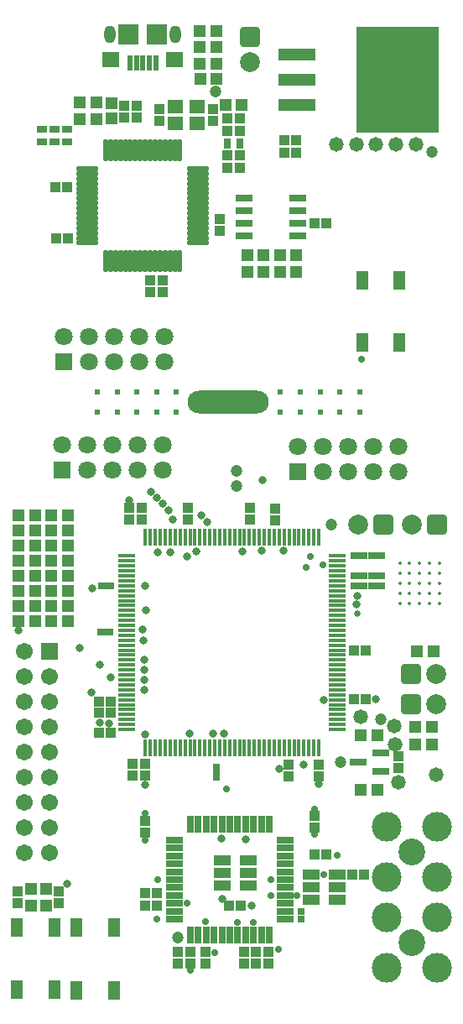
<source format=gts>
G04*
G04 #@! TF.GenerationSoftware,Altium Limited,Altium Designer,20.0.13 (296)*
G04*
G04 Layer_Color=8388736*
%FSLAX25Y25*%
%MOIN*%
G70*
G01*
G75*
%ADD19R,0.03950X0.04343*%
%ADD20R,0.07099X0.04304*%
%ADD21R,0.04343X0.03950*%
%ADD22R,0.05131X0.04737*%
%ADD23R,0.04737X0.07493*%
%ADD24C,0.04737*%
%ADD25R,0.01700X0.06600*%
%ADD26R,0.06600X0.01700*%
%ADD27R,0.06312X0.05524*%
%ADD28R,0.02375X0.06115*%
%ADD29R,0.07099X0.06312*%
%ADD30R,0.08280X0.08280*%
%ADD31R,0.06706X0.03162*%
%ADD32O,0.09068X0.01981*%
%ADD33O,0.01981X0.09068*%
%ADD34C,0.01378*%
%ADD35R,0.02800X0.06600*%
%ADD36R,0.06600X0.02800*%
%ADD37R,0.33084X0.41942*%
%ADD38R,0.14580X0.04540*%
%ADD39R,0.04737X0.05131*%
%ADD40R,0.03162X0.03950*%
%ADD41R,0.03950X0.03162*%
%ADD42R,0.02572X0.02769*%
%ADD43R,0.04501X0.04816*%
%ADD44R,0.04816X0.04501*%
%ADD45R,0.03300X0.02700*%
%ADD46R,0.02700X0.03300*%
G04:AMPARAMS|DCode=47|XSize=78.87mil|YSize=78.87mil|CornerRadius=12.86mil|HoleSize=0mil|Usage=FLASHONLY|Rotation=0.000|XOffset=0mil|YOffset=0mil|HoleType=Round|Shape=RoundedRectangle|*
%AMROUNDEDRECTD47*
21,1,0.07887,0.05315,0,0,0.0*
21,1,0.05315,0.07887,0,0,0.0*
1,1,0.02572,0.02657,-0.02657*
1,1,0.02572,-0.02657,-0.02657*
1,1,0.02572,-0.02657,0.02657*
1,1,0.02572,0.02657,0.02657*
%
%ADD47ROUNDEDRECTD47*%
%ADD48C,0.07887*%
%ADD49C,0.10642*%
%ADD50C,0.11824*%
%ADD51C,0.02375*%
%ADD52O,0.32296X0.09068*%
%ADD53O,0.04343X0.07099*%
%ADD54C,0.06706*%
%ADD55R,0.06706X0.06706*%
%ADD56C,0.07099*%
%ADD57R,0.07099X0.07099*%
G04:AMPARAMS|DCode=58|XSize=78.87mil|YSize=78.87mil|CornerRadius=12.86mil|HoleSize=0mil|Usage=FLASHONLY|Rotation=270.000|XOffset=0mil|YOffset=0mil|HoleType=Round|Shape=RoundedRectangle|*
%AMROUNDEDRECTD58*
21,1,0.07887,0.05315,0,0,270.0*
21,1,0.05315,0.07887,0,0,270.0*
1,1,0.02572,-0.02657,-0.02657*
1,1,0.02572,-0.02657,0.02657*
1,1,0.02572,0.02657,0.02657*
1,1,0.02572,0.02657,-0.02657*
%
%ADD58ROUNDEDRECTD58*%
%ADD59C,0.03200*%
%ADD60C,0.02800*%
%ADD61C,0.05800*%
%ADD62C,0.02572*%
D19*
X88838Y40000D02*
D03*
X93562D02*
D03*
X122738Y60300D02*
D03*
X127462D02*
D03*
X137738Y52300D02*
D03*
X142462D02*
D03*
X60162Y40100D02*
D03*
X55438D02*
D03*
X60162Y44900D02*
D03*
X55438D02*
D03*
X41862Y116700D02*
D03*
X37138D02*
D03*
X41862Y121200D02*
D03*
X37138D02*
D03*
X138338Y141500D02*
D03*
X143062D02*
D03*
X138488Y122150D02*
D03*
X143212D02*
D03*
X41862Y108600D02*
D03*
X37138D02*
D03*
X122638Y311000D02*
D03*
X127362D02*
D03*
X88238Y333000D02*
D03*
X92962D02*
D03*
X88238Y347600D02*
D03*
X92962D02*
D03*
X24562Y325400D02*
D03*
X19838D02*
D03*
X24862Y305205D02*
D03*
X20138D02*
D03*
X88238Y338000D02*
D03*
X92962D02*
D03*
X88238Y352800D02*
D03*
X92962D02*
D03*
X115362Y339000D02*
D03*
X110638D02*
D03*
X115362Y344000D02*
D03*
X110638D02*
D03*
D20*
X96418Y47900D02*
D03*
Y52900D02*
D03*
Y57900D02*
D03*
X86182Y47900D02*
D03*
Y52900D02*
D03*
Y57900D02*
D03*
X121482Y52400D02*
D03*
Y47400D02*
D03*
Y42400D02*
D03*
X131718Y52400D02*
D03*
Y47400D02*
D03*
Y42400D02*
D03*
D21*
X21100Y40938D02*
D03*
Y45662D02*
D03*
X4800Y45762D02*
D03*
Y41038D02*
D03*
X156000Y99362D02*
D03*
Y94638D02*
D03*
X68400Y21762D02*
D03*
Y17038D02*
D03*
X73300Y21762D02*
D03*
Y17038D02*
D03*
X104300Y21800D02*
D03*
Y17076D02*
D03*
X99600Y21762D02*
D03*
Y17038D02*
D03*
X122700Y71038D02*
D03*
Y75762D02*
D03*
X94900Y21762D02*
D03*
Y17038D02*
D03*
X79300Y21762D02*
D03*
Y17038D02*
D03*
X55500Y69138D02*
D03*
Y73862D02*
D03*
X50400Y96362D02*
D03*
Y91638D02*
D03*
X112600Y96162D02*
D03*
Y91438D02*
D03*
X55500Y96362D02*
D03*
Y91638D02*
D03*
X49100Y193238D02*
D03*
Y197962D02*
D03*
X72550Y193388D02*
D03*
Y198113D02*
D03*
X97000Y193238D02*
D03*
Y197962D02*
D03*
X107000Y193038D02*
D03*
Y197762D02*
D03*
X54100Y193238D02*
D03*
Y197962D02*
D03*
X124500Y96162D02*
D03*
Y91438D02*
D03*
X62600Y288362D02*
D03*
Y283638D02*
D03*
X85100Y312762D02*
D03*
Y308038D02*
D03*
X57453Y288362D02*
D03*
Y283638D02*
D03*
X52000Y353138D02*
D03*
Y357862D02*
D03*
X61100Y351638D02*
D03*
Y356362D02*
D03*
X82300Y356362D02*
D03*
Y351638D02*
D03*
X47000Y353138D02*
D03*
Y357862D02*
D03*
D22*
X83846Y387500D02*
D03*
X77153D02*
D03*
X163307Y141000D02*
D03*
X170000D02*
D03*
X24846Y153000D02*
D03*
X18154D02*
D03*
X24846Y159000D02*
D03*
X18154D02*
D03*
X24846Y165000D02*
D03*
X18154D02*
D03*
X24846Y171000D02*
D03*
X18154D02*
D03*
X24846Y177000D02*
D03*
X18154D02*
D03*
X24846Y183000D02*
D03*
X18154D02*
D03*
X24846Y189000D02*
D03*
X18154D02*
D03*
X24846Y195000D02*
D03*
X18154D02*
D03*
X162654Y111000D02*
D03*
X169346D02*
D03*
X77153Y381000D02*
D03*
X83846D02*
D03*
X11846Y153000D02*
D03*
X5153D02*
D03*
X11846Y159000D02*
D03*
X5153D02*
D03*
X11846Y165000D02*
D03*
X5153D02*
D03*
X11846Y171000D02*
D03*
X5153D02*
D03*
X11846Y177000D02*
D03*
X5153D02*
D03*
X11846Y183000D02*
D03*
X5153D02*
D03*
X11846Y189000D02*
D03*
X5153D02*
D03*
X11846Y195000D02*
D03*
X5153D02*
D03*
X162654Y104000D02*
D03*
X169346D02*
D03*
X141154Y107800D02*
D03*
X147846D02*
D03*
Y86100D02*
D03*
X141154D02*
D03*
X77153Y374500D02*
D03*
X83846D02*
D03*
D23*
X4520Y31402D02*
D03*
X19480D02*
D03*
Y6598D02*
D03*
X4520D02*
D03*
X43000Y6500D02*
D03*
X28039D02*
D03*
Y31303D02*
D03*
X43000D02*
D03*
X156580Y263698D02*
D03*
X141620D02*
D03*
Y288502D02*
D03*
X156580D02*
D03*
D24*
X133000Y97000D02*
D03*
X129500Y191500D02*
D03*
X91850Y212650D02*
D03*
Y206650D02*
D03*
X68300Y27400D02*
D03*
X149000Y114000D02*
D03*
X169500Y339500D02*
D03*
X83500Y363500D02*
D03*
D25*
X55551Y186300D02*
D03*
X57520D02*
D03*
X59488D02*
D03*
X61457D02*
D03*
X63425D02*
D03*
X65394D02*
D03*
X67362D02*
D03*
X69331D02*
D03*
X71299D02*
D03*
X73268D02*
D03*
X75236D02*
D03*
X77205D02*
D03*
X79173D02*
D03*
X81142D02*
D03*
X83110D02*
D03*
X85079D02*
D03*
X87047D02*
D03*
X89016D02*
D03*
X90984D02*
D03*
X92953D02*
D03*
X94921D02*
D03*
X96890D02*
D03*
X98858D02*
D03*
X100827D02*
D03*
X102795D02*
D03*
X104764D02*
D03*
X106732D02*
D03*
X108701D02*
D03*
X110669D02*
D03*
X112638D02*
D03*
X114606D02*
D03*
X116575D02*
D03*
X118543D02*
D03*
X120512D02*
D03*
X122480D02*
D03*
X124449D02*
D03*
Y102700D02*
D03*
X122480D02*
D03*
X120512D02*
D03*
X118543D02*
D03*
X116575D02*
D03*
X114606D02*
D03*
X112638D02*
D03*
X110669D02*
D03*
X108701D02*
D03*
X106732D02*
D03*
X104764D02*
D03*
X102795D02*
D03*
X100827D02*
D03*
X98858D02*
D03*
X96890D02*
D03*
X94921D02*
D03*
X92953D02*
D03*
X90984D02*
D03*
X89016D02*
D03*
X87047D02*
D03*
X85079D02*
D03*
X83110D02*
D03*
X81142D02*
D03*
X79173D02*
D03*
X77205D02*
D03*
X75236D02*
D03*
X73268D02*
D03*
X71299D02*
D03*
X69331D02*
D03*
X67362D02*
D03*
X65394D02*
D03*
X63425D02*
D03*
X61457D02*
D03*
X59488D02*
D03*
X57520D02*
D03*
X55551D02*
D03*
D26*
X131800Y178949D02*
D03*
Y176980D02*
D03*
Y175012D02*
D03*
Y173043D02*
D03*
Y171075D02*
D03*
Y169106D02*
D03*
Y167138D02*
D03*
Y165169D02*
D03*
Y163201D02*
D03*
Y161232D02*
D03*
Y159264D02*
D03*
Y157295D02*
D03*
Y155327D02*
D03*
Y153358D02*
D03*
Y151390D02*
D03*
Y149421D02*
D03*
Y147453D02*
D03*
Y145484D02*
D03*
Y143516D02*
D03*
Y141547D02*
D03*
Y139579D02*
D03*
Y137610D02*
D03*
Y135642D02*
D03*
Y133673D02*
D03*
Y131705D02*
D03*
Y129736D02*
D03*
Y127768D02*
D03*
Y125799D02*
D03*
Y123831D02*
D03*
Y121862D02*
D03*
Y119894D02*
D03*
Y117925D02*
D03*
Y115957D02*
D03*
Y113988D02*
D03*
Y112020D02*
D03*
Y110051D02*
D03*
X48200D02*
D03*
Y112020D02*
D03*
Y113988D02*
D03*
Y115957D02*
D03*
Y117925D02*
D03*
Y119894D02*
D03*
Y121862D02*
D03*
Y123831D02*
D03*
Y125799D02*
D03*
Y127768D02*
D03*
Y129736D02*
D03*
Y131705D02*
D03*
Y133673D02*
D03*
Y135642D02*
D03*
Y137610D02*
D03*
Y139579D02*
D03*
Y141547D02*
D03*
Y143516D02*
D03*
Y145484D02*
D03*
Y147453D02*
D03*
Y149421D02*
D03*
Y151390D02*
D03*
Y153358D02*
D03*
Y155327D02*
D03*
Y157295D02*
D03*
Y159264D02*
D03*
Y161232D02*
D03*
Y163201D02*
D03*
Y165169D02*
D03*
Y167138D02*
D03*
Y169106D02*
D03*
Y171075D02*
D03*
Y173043D02*
D03*
Y175012D02*
D03*
Y176980D02*
D03*
Y178949D02*
D03*
D27*
X75988Y357347D02*
D03*
X67327D02*
D03*
Y350654D02*
D03*
X75988D02*
D03*
D28*
X54500Y374681D02*
D03*
X51941D02*
D03*
X57059D02*
D03*
X49382D02*
D03*
X59618D02*
D03*
D29*
X67098Y375961D02*
D03*
X41902D02*
D03*
D30*
X48791Y386000D02*
D03*
X60209D02*
D03*
D31*
X116130Y306000D02*
D03*
Y311000D02*
D03*
Y316000D02*
D03*
Y321000D02*
D03*
X94870Y306000D02*
D03*
Y311000D02*
D03*
Y316000D02*
D03*
Y321000D02*
D03*
X149028Y93260D02*
D03*
Y100740D02*
D03*
X139972Y97000D02*
D03*
D32*
X76547Y332764D02*
D03*
Y330795D02*
D03*
Y328827D02*
D03*
Y326858D02*
D03*
Y324890D02*
D03*
Y322921D02*
D03*
Y320953D02*
D03*
Y318984D02*
D03*
Y317016D02*
D03*
Y315047D02*
D03*
Y313079D02*
D03*
Y311110D02*
D03*
Y309142D02*
D03*
Y307173D02*
D03*
Y305205D02*
D03*
Y303236D02*
D03*
X32453D02*
D03*
Y305205D02*
D03*
Y307173D02*
D03*
Y309142D02*
D03*
Y311110D02*
D03*
Y313079D02*
D03*
Y315047D02*
D03*
Y317016D02*
D03*
Y318984D02*
D03*
Y320953D02*
D03*
Y322921D02*
D03*
Y324890D02*
D03*
Y326858D02*
D03*
Y328827D02*
D03*
Y330795D02*
D03*
Y332764D02*
D03*
D33*
X69264Y295953D02*
D03*
X67295D02*
D03*
X65327D02*
D03*
X63358D02*
D03*
X61390D02*
D03*
X59421D02*
D03*
X57453D02*
D03*
X55484D02*
D03*
X53516D02*
D03*
X51547D02*
D03*
X49579D02*
D03*
X47610D02*
D03*
X45642D02*
D03*
X43673D02*
D03*
X41705D02*
D03*
X39736D02*
D03*
Y340047D02*
D03*
X41705D02*
D03*
X43673D02*
D03*
X45642D02*
D03*
X47610D02*
D03*
X49579D02*
D03*
X51547D02*
D03*
X53516D02*
D03*
X55484D02*
D03*
X57453D02*
D03*
X59421D02*
D03*
X61390D02*
D03*
X63358D02*
D03*
X65327D02*
D03*
X67295D02*
D03*
X69264D02*
D03*
D34*
X172374Y160189D02*
D03*
X168437D02*
D03*
X164500D02*
D03*
X160563D02*
D03*
X156626D02*
D03*
X172374Y164126D02*
D03*
X168437D02*
D03*
X164500D02*
D03*
X160563D02*
D03*
X156626D02*
D03*
X172374Y168063D02*
D03*
X168437D02*
D03*
X164500D02*
D03*
X160563D02*
D03*
X156626D02*
D03*
X172374Y172000D02*
D03*
X168437D02*
D03*
X164500D02*
D03*
X160563D02*
D03*
X156626D02*
D03*
X172374Y175937D02*
D03*
X168437D02*
D03*
X164500D02*
D03*
X160563D02*
D03*
X156626D02*
D03*
D35*
X104750Y28300D02*
D03*
X101650D02*
D03*
X98450D02*
D03*
X95350D02*
D03*
X92150D02*
D03*
X89050D02*
D03*
X85950D02*
D03*
X82750D02*
D03*
X79650D02*
D03*
X76450D02*
D03*
X73350D02*
D03*
Y72500D02*
D03*
X76450D02*
D03*
X79650D02*
D03*
X82750D02*
D03*
X85950D02*
D03*
X89050D02*
D03*
X92150D02*
D03*
X95350D02*
D03*
X98450D02*
D03*
X101650D02*
D03*
X104750D02*
D03*
D36*
X66950Y34700D02*
D03*
Y37800D02*
D03*
Y41000D02*
D03*
Y44100D02*
D03*
Y47300D02*
D03*
Y50400D02*
D03*
Y53500D02*
D03*
Y56700D02*
D03*
Y59800D02*
D03*
Y63000D02*
D03*
Y66100D02*
D03*
X111150D02*
D03*
Y63000D02*
D03*
Y59800D02*
D03*
Y56700D02*
D03*
Y53500D02*
D03*
Y50400D02*
D03*
Y47300D02*
D03*
Y44100D02*
D03*
Y41000D02*
D03*
Y37800D02*
D03*
Y34700D02*
D03*
D37*
X155854Y368000D02*
D03*
D38*
X115894Y358000D02*
D03*
Y368000D02*
D03*
Y378000D02*
D03*
D39*
X16000Y40154D02*
D03*
Y46847D02*
D03*
X10000Y40154D02*
D03*
Y46847D02*
D03*
X102500Y298346D02*
D03*
Y291653D02*
D03*
X115500Y298346D02*
D03*
Y291653D02*
D03*
X109000Y298346D02*
D03*
Y291653D02*
D03*
X96000Y298346D02*
D03*
Y291653D02*
D03*
X36100Y352354D02*
D03*
Y359047D02*
D03*
X29600Y359047D02*
D03*
Y352354D02*
D03*
D40*
X88041Y342800D02*
D03*
X93159D02*
D03*
D41*
X19500Y348559D02*
D03*
Y343441D02*
D03*
X24500Y348559D02*
D03*
Y343441D02*
D03*
X14500Y348559D02*
D03*
Y343441D02*
D03*
D42*
X117400Y34724D02*
D03*
Y37676D02*
D03*
D43*
X83610Y368500D02*
D03*
X77390D02*
D03*
X93710Y357900D02*
D03*
X87490D02*
D03*
D44*
X42100Y358810D02*
D03*
Y352590D02*
D03*
D45*
X145900Y171000D02*
D03*
X149100D02*
D03*
X145900Y167000D02*
D03*
X149100D02*
D03*
X145900Y179000D02*
D03*
X149100D02*
D03*
X38400Y167000D02*
D03*
X41600D02*
D03*
X38000Y148700D02*
D03*
X41200D02*
D03*
X142100Y171000D02*
D03*
X138900D02*
D03*
X142100Y167000D02*
D03*
X138900D02*
D03*
X142100Y179000D02*
D03*
X138900D02*
D03*
D46*
X83800Y91500D02*
D03*
Y94700D02*
D03*
D47*
X161000Y120000D02*
D03*
X150000Y191500D02*
D03*
X171500D02*
D03*
X161000Y132000D02*
D03*
D48*
X171000Y120000D02*
D03*
X140000Y191500D02*
D03*
X161500D02*
D03*
X171000Y132000D02*
D03*
X97000Y375000D02*
D03*
D49*
X161500Y25500D02*
D03*
Y61500D02*
D03*
D50*
X151500Y15500D02*
D03*
X171500D02*
D03*
X151500Y35500D02*
D03*
X171500D02*
D03*
X151500Y51500D02*
D03*
X171500D02*
D03*
X151500Y71500D02*
D03*
X171500D02*
D03*
D51*
X109252Y244094D02*
D03*
X117126D02*
D03*
X125000D02*
D03*
X132874D02*
D03*
X140748D02*
D03*
Y236221D02*
D03*
X132874D02*
D03*
X125000D02*
D03*
X117126D02*
D03*
X109252D02*
D03*
X36417D02*
D03*
X44291D02*
D03*
X52165D02*
D03*
X60039D02*
D03*
X67913D02*
D03*
Y244094D02*
D03*
X60039D02*
D03*
X52165D02*
D03*
X44291D02*
D03*
X36417D02*
D03*
D52*
X88583Y240158D02*
D03*
D53*
X41508Y386000D02*
D03*
X67492D02*
D03*
D54*
X7500Y71000D02*
D03*
X17500D02*
D03*
Y61000D02*
D03*
X7500D02*
D03*
Y81000D02*
D03*
X17500D02*
D03*
Y111000D02*
D03*
X7500D02*
D03*
X17500Y101000D02*
D03*
X7500D02*
D03*
X17500Y91000D02*
D03*
X7500D02*
D03*
Y121000D02*
D03*
X17500D02*
D03*
X7500Y131000D02*
D03*
X17500D02*
D03*
X7500Y141000D02*
D03*
D55*
X17500D02*
D03*
D56*
X156000Y222500D02*
D03*
X146000D02*
D03*
X156000Y212500D02*
D03*
X146000D02*
D03*
X136000Y222500D02*
D03*
Y212500D02*
D03*
X126000Y222500D02*
D03*
Y212500D02*
D03*
X116000Y222500D02*
D03*
X63000Y266000D02*
D03*
X53000D02*
D03*
X63000Y256000D02*
D03*
X53000D02*
D03*
X43000Y266000D02*
D03*
Y256000D02*
D03*
X33000Y266000D02*
D03*
Y256000D02*
D03*
X23000Y266000D02*
D03*
X62500Y223000D02*
D03*
X52500D02*
D03*
X62500Y213000D02*
D03*
X52500D02*
D03*
X42500Y223000D02*
D03*
Y213000D02*
D03*
X32500Y223000D02*
D03*
Y213000D02*
D03*
X22500Y223000D02*
D03*
D57*
X116000Y212500D02*
D03*
X23000Y256000D02*
D03*
X22500Y213000D02*
D03*
D58*
X97000Y385000D02*
D03*
D59*
X97700Y39900D02*
D03*
X86182Y42656D02*
D03*
X126500Y121700D02*
D03*
X24400Y48700D02*
D03*
X41200Y112400D02*
D03*
X37300Y112600D02*
D03*
X55500Y88000D02*
D03*
X108613Y94413D02*
D03*
X147250Y121950D02*
D03*
X139800Y163000D02*
D03*
X139600Y159600D02*
D03*
X54500Y149600D02*
D03*
X54800Y145500D02*
D03*
X95300Y66500D02*
D03*
X85900Y66800D02*
D03*
X124600Y88500D02*
D03*
X118275Y96100D02*
D03*
X82400Y108400D02*
D03*
X86900D02*
D03*
X73200D02*
D03*
X55500Y108000D02*
D03*
X37545Y135595D02*
D03*
X29600Y142400D02*
D03*
X55500Y167200D02*
D03*
X34500Y166000D02*
D03*
X60500Y180300D02*
D03*
X102200Y209000D02*
D03*
X101800Y181200D02*
D03*
X110600Y180900D02*
D03*
X94200Y180600D02*
D03*
X72100Y178700D02*
D03*
X75800Y180700D02*
D03*
X49000Y200900D02*
D03*
X5000Y149500D02*
D03*
X55795Y157295D02*
D03*
X77796Y194904D02*
D03*
X80200Y192500D02*
D03*
X65300Y180500D02*
D03*
X66600Y193500D02*
D03*
X57687Y204413D02*
D03*
X60092Y202008D02*
D03*
X62496Y199604D02*
D03*
X64900Y197200D02*
D03*
X34224Y124588D02*
D03*
X41624Y130887D02*
D03*
X55102Y125787D02*
D03*
Y129724D02*
D03*
Y133661D02*
D03*
X55100Y137600D02*
D03*
D60*
X115900Y44100D02*
D03*
X131900Y60200D02*
D03*
X108400Y22600D02*
D03*
X83125Y21346D02*
D03*
X126500Y52300D02*
D03*
X122700Y78300D02*
D03*
Y68500D02*
D03*
X55500Y76800D02*
D03*
Y66100D02*
D03*
X105600Y50400D02*
D03*
Y44100D02*
D03*
X92100Y33500D02*
D03*
X98400Y33400D02*
D03*
X73300Y14300D02*
D03*
X79500Y33600D02*
D03*
X72100Y41100D02*
D03*
X60200Y34700D02*
D03*
X60500Y50500D02*
D03*
X119400Y174500D02*
D03*
X126100Y175500D02*
D03*
X87900Y86400D02*
D03*
X141500Y257200D02*
D03*
X121000Y178700D02*
D03*
D61*
X163200Y342300D02*
D03*
X155225D02*
D03*
X147250D02*
D03*
X139275D02*
D03*
X131300D02*
D03*
X154400Y111400D02*
D03*
X154900Y104100D02*
D03*
X156000Y89000D02*
D03*
X141000Y115000D02*
D03*
X171000Y92000D02*
D03*
D62*
X139800Y156100D02*
D03*
M02*

</source>
